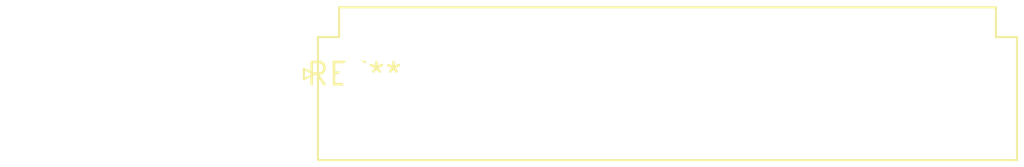
<source format=kicad_pcb>
(kicad_pcb (version 20240108) (generator pcbnew)
  (layers (0 "F.Cu" signal) (31 "B.Cu" signal) (34 "B.Paste" user) (35 "F.Paste" user) (36 "B.SilkS" user "B.Silkscreen") (37 "F.SilkS" user "F.Silkscreen") (38 "B.Mask" user) (39 "F.Mask" user) (44 "Edge.Cuts" user))
  (net 0 "")
  (footprint "JST_VH_B10P-VH_1x10_P3.96mm_Vertical" (layer "F.Cu") (at 0 0)
    (property "Reference" "REF**")
    (property "Value" "JST_VH_B10P-VH_1x10_P3.96mm_Vertical")
    (fp_line (start -2.86 -0.3) (end -2.26 0) (layer "F.SilkS") (stroke (width 0.12)))
    (fp_line (start -2.86 0.3) (end -2.86 -0.3) (layer "F.SilkS") (stroke (width 0.12)))
    (fp_line (start -2.26 0) (end -2.86 0.3) (layer "F.SilkS") (stroke (width 0.12)))
    (fp_line (start -2.06 -2.11) (end -0.86 -2.11) (layer "F.SilkS") (stroke (width 0.12)))
    (fp_line (start -2.06 4.91) (end -2.06 -2.11) (layer "F.SilkS") (stroke (width 0.12)))
    (fp_line (start -0.86 -3.81) (end 36.5 -3.81) (layer "F.SilkS") (stroke (width 0.12)))
    (fp_line (start -0.86 -2.11) (end -0.86 -3.81) (layer "F.SilkS") (stroke (width 0.12)))
    (fp_line (start 36.5 -3.81) (end 36.5 -2.11) (layer "F.SilkS") (stroke (width 0.12)))
    (fp_line (start 36.5 -2.11) (end 37.7 -2.11) (layer "F.SilkS") (stroke (width 0.12)))
    (fp_line (start 37.7 -2.11) (end 37.7 4.91) (layer "F.SilkS") (stroke (width 0.12)))
    (fp_line (start 37.7 4.91) (end -2.06 4.91) (layer "F.SilkS") (stroke (width 0.12)))
    (pad "1" thru_hole roundrect (at 0 0) (size 2.7 2.7) (drill 1.7) (layers *.Cu *.Mask) (remove_unused_layers) (roundrect_rratio 0.092593))
    (pad "2" thru_hole circle (at 3.96 0) (size 2.7 2.7) (drill 1.7) (layers *.Cu *.Mask) (remove_unused_layers))
    (pad "3" thru_hole circle (at 7.92 0) (size 2.7 2.7) (drill 1.7) (layers *.Cu *.Mask) (remove_unused_layers))
    (pad "4" thru_hole circle (at 11.88 0) (size 2.7 2.7) (drill 1.7) (layers *.Cu *.Mask) (remove_unused_layers))
    (pad "5" thru_hole circle (at 15.84 0) (size 2.7 2.7) (drill 1.7) (layers *.Cu *.Mask) (remove_unused_layers))
    (pad "6" thru_hole circle (at 19.8 0) (size 2.7 2.7) (drill 1.7) (layers *.Cu *.Mask) (remove_unused_layers))
    (pad "7" thru_hole circle (at 23.76 0) (size 2.7 2.7) (drill 1.7) (layers *.Cu *.Mask) (remove_unused_layers))
    (pad "8" thru_hole circle (at 27.72 0) (size 2.7 2.7) (drill 1.7) (layers *.Cu *.Mask) (remove_unused_layers))
    (pad "9" thru_hole circle (at 31.68 0) (size 2.7 2.7) (drill 1.7) (layers *.Cu *.Mask) (remove_unused_layers))
    (pad "10" thru_hole circle (at 35.64 0) (size 2.7 2.7) (drill 1.7) (layers *.Cu *.Mask) (remove_unused_layers))
  )
)
</source>
